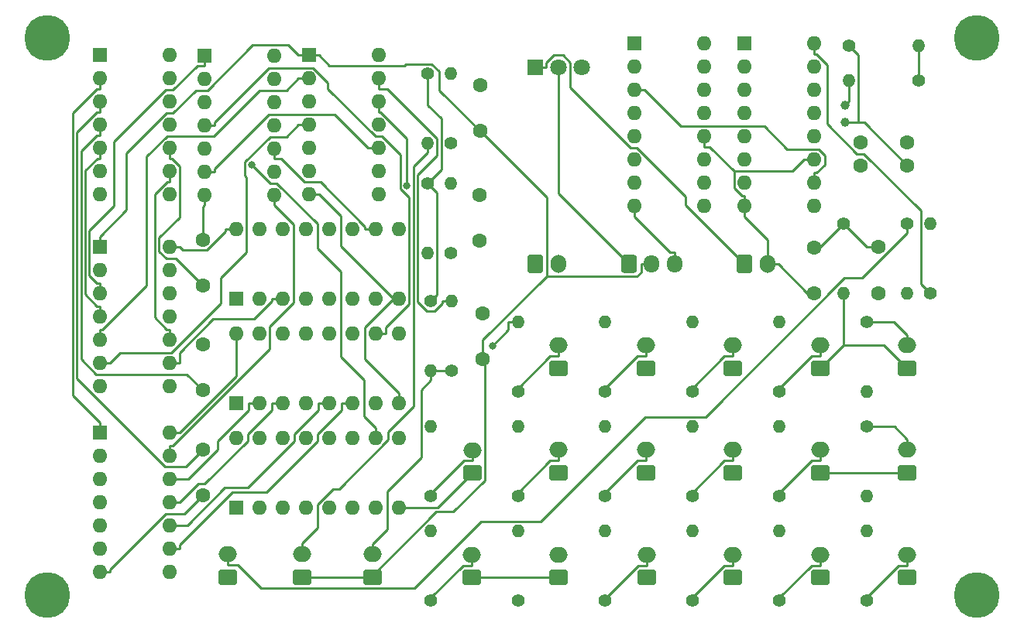
<source format=gbr>
G04 #@! TF.GenerationSoftware,KiCad,Pcbnew,7.0.1*
G04 #@! TF.CreationDate,2023-04-19T15:00:59-05:00*
G04 #@! TF.ProjectId,binary_clock,62696e61-7279-45f6-936c-6f636b2e6b69,rev?*
G04 #@! TF.SameCoordinates,Original*
G04 #@! TF.FileFunction,Copper,L2,Bot*
G04 #@! TF.FilePolarity,Positive*
%FSLAX46Y46*%
G04 Gerber Fmt 4.6, Leading zero omitted, Abs format (unit mm)*
G04 Created by KiCad (PCBNEW 7.0.1) date 2023-04-19 15:00:59*
%MOMM*%
%LPD*%
G01*
G04 APERTURE LIST*
G04 Aperture macros list*
%AMRoundRect*
0 Rectangle with rounded corners*
0 $1 Rounding radius*
0 $2 $3 $4 $5 $6 $7 $8 $9 X,Y pos of 4 corners*
0 Add a 4 corners polygon primitive as box body*
4,1,4,$2,$3,$4,$5,$6,$7,$8,$9,$2,$3,0*
0 Add four circle primitives for the rounded corners*
1,1,$1+$1,$2,$3*
1,1,$1+$1,$4,$5*
1,1,$1+$1,$6,$7*
1,1,$1+$1,$8,$9*
0 Add four rect primitives between the rounded corners*
20,1,$1+$1,$2,$3,$4,$5,0*
20,1,$1+$1,$4,$5,$6,$7,0*
20,1,$1+$1,$6,$7,$8,$9,0*
20,1,$1+$1,$8,$9,$2,$3,0*%
G04 Aperture macros list end*
G04 #@! TA.AperFunction,ComponentPad*
%ADD10RoundRect,0.250000X0.750000X-0.600000X0.750000X0.600000X-0.750000X0.600000X-0.750000X-0.600000X0*%
G04 #@! TD*
G04 #@! TA.AperFunction,ComponentPad*
%ADD11O,2.000000X1.700000*%
G04 #@! TD*
G04 #@! TA.AperFunction,ComponentPad*
%ADD12C,1.400000*%
G04 #@! TD*
G04 #@! TA.AperFunction,ComponentPad*
%ADD13O,1.400000X1.400000*%
G04 #@! TD*
G04 #@! TA.AperFunction,ComponentPad*
%ADD14R,1.600000X1.600000*%
G04 #@! TD*
G04 #@! TA.AperFunction,ComponentPad*
%ADD15O,1.600000X1.600000*%
G04 #@! TD*
G04 #@! TA.AperFunction,ComponentPad*
%ADD16C,5.000000*%
G04 #@! TD*
G04 #@! TA.AperFunction,ComponentPad*
%ADD17C,1.600000*%
G04 #@! TD*
G04 #@! TA.AperFunction,ComponentPad*
%ADD18RoundRect,0.250000X-0.600000X-0.750000X0.600000X-0.750000X0.600000X0.750000X-0.600000X0.750000X0*%
G04 #@! TD*
G04 #@! TA.AperFunction,ComponentPad*
%ADD19O,1.700000X2.000000*%
G04 #@! TD*
G04 #@! TA.AperFunction,ComponentPad*
%ADD20R,1.800000X1.800000*%
G04 #@! TD*
G04 #@! TA.AperFunction,ComponentPad*
%ADD21C,1.800000*%
G04 #@! TD*
G04 #@! TA.AperFunction,ComponentPad*
%ADD22RoundRect,0.250000X-0.600000X-0.725000X0.600000X-0.725000X0.600000X0.725000X-0.600000X0.725000X0*%
G04 #@! TD*
G04 #@! TA.AperFunction,ComponentPad*
%ADD23O,1.700000X1.950000*%
G04 #@! TD*
G04 #@! TA.AperFunction,ComponentPad*
%ADD24C,1.000000*%
G04 #@! TD*
G04 #@! TA.AperFunction,ViaPad*
%ADD25C,0.800000*%
G04 #@! TD*
G04 #@! TA.AperFunction,Conductor*
%ADD26C,0.250000*%
G04 #@! TD*
G04 APERTURE END LIST*
D10*
G04 #@! TO.P,D11,1,K*
G04 #@! TO.N,GND*
X144780000Y-118685000D03*
D11*
G04 #@! TO.P,D11,2,A*
G04 #@! TO.N,Net-(D11-A)*
X144780000Y-116185000D03*
G04 #@! TD*
D12*
G04 #@! TO.P,R11,1*
G04 #@! TO.N,Net-(R10-Pad2)*
X133110900Y-107555200D03*
D13*
G04 #@! TO.P,R11,2*
G04 #@! TO.N,Net-(C7-Pad1)*
X133110900Y-99935200D03*
G04 #@! TD*
D14*
G04 #@! TO.P,U2,1,Q12*
G04 #@! TO.N,unconnected-(U2-Q12-Pad1)*
X153035000Y-71755000D03*
D15*
G04 #@! TO.P,U2,2,Q13*
G04 #@! TO.N,unconnected-(U2-Q13-Pad2)*
X153035000Y-74295000D03*
G04 #@! TO.P,U2,3,Q14*
G04 #@! TO.N,/Clock_1hz/CLK_2Hz*
X153035000Y-76835000D03*
G04 #@! TO.P,U2,4,Q6*
G04 #@! TO.N,unconnected-(U2-Q6-Pad4)*
X153035000Y-79375000D03*
G04 #@! TO.P,U2,5,Q5*
G04 #@! TO.N,unconnected-(U2-Q5-Pad5)*
X153035000Y-81915000D03*
G04 #@! TO.P,U2,6,Q7*
G04 #@! TO.N,unconnected-(U2-Q7-Pad6)*
X153035000Y-84455000D03*
G04 #@! TO.P,U2,7,Q4*
G04 #@! TO.N,unconnected-(U2-Q4-Pad7)*
X153035000Y-86995000D03*
G04 #@! TO.P,U2,8,VSS*
G04 #@! TO.N,GND*
X153035000Y-89535000D03*
G04 #@! TO.P,U2,9,(PHI)O*
G04 #@! TO.N,unconnected-(U2-(PHI)O-Pad9)*
X160655000Y-89535000D03*
G04 #@! TO.P,U2,10,~{(PHI)O}*
G04 #@! TO.N,Net-(U2-~{(PHI)O})*
X160655000Y-86995000D03*
G04 #@! TO.P,U2,11,(PHI)I*
G04 #@! TO.N,Net-(U2-(PHI)I)*
X160655000Y-84455000D03*
G04 #@! TO.P,U2,12,RESET*
G04 #@! TO.N,GND*
X160655000Y-81915000D03*
G04 #@! TO.P,U2,13,Q9*
G04 #@! TO.N,unconnected-(U2-Q9-Pad13)*
X160655000Y-79375000D03*
G04 #@! TO.P,U2,14,Q8*
G04 #@! TO.N,unconnected-(U2-Q8-Pad14)*
X160655000Y-76835000D03*
G04 #@! TO.P,U2,15,Q10*
G04 #@! TO.N,unconnected-(U2-Q10-Pad15)*
X160655000Y-74295000D03*
G04 #@! TO.P,U2,16,VDD*
G04 #@! TO.N,+3.3V*
X160655000Y-71755000D03*
G04 #@! TD*
D12*
G04 #@! TO.P,R13,1*
G04 #@! TO.N,Net-(D2-A)*
X168910000Y-132715000D03*
D13*
G04 #@! TO.P,R13,2*
G04 #@! TO.N,Net-(U5-Q1)*
X168910000Y-125095000D03*
G04 #@! TD*
D16*
G04 #@! TO.P,H2,1,1*
G04 #@! TO.N,GND*
X88900000Y-71120000D03*
G04 #@! TD*
D12*
G04 #@! TO.P,R2,1*
G04 #@! TO.N,Net-(U2-~{(PHI)O})*
X184150000Y-75785000D03*
D13*
G04 #@! TO.P,R2,2*
G04 #@! TO.N,Net-(U2-(PHI)I)*
X176530000Y-75785000D03*
G04 #@! TD*
D12*
G04 #@! TO.P,R1,1*
G04 #@! TO.N,Net-(C1-Pad1)*
X176530000Y-71975000D03*
D13*
G04 #@! TO.P,R1,2*
G04 #@! TO.N,Net-(U2-~{(PHI)O})*
X184150000Y-71975000D03*
G04 #@! TD*
D12*
G04 #@! TO.P,R23,1*
G04 #@! TO.N,Net-(D12-A)*
X130810000Y-121265000D03*
D13*
G04 #@! TO.P,R23,2*
G04 #@! TO.N,Net-(U7-Q5)*
X130810000Y-113645000D03*
G04 #@! TD*
D12*
G04 #@! TO.P,R18,1*
G04 #@! TO.N,Net-(D7-A)*
X178435000Y-113645000D03*
D13*
G04 #@! TO.P,R18,2*
G04 #@! TO.N,Net-(U7-Q0)*
X178435000Y-121265000D03*
G04 #@! TD*
D17*
G04 #@! TO.P,C2,1*
G04 #@! TO.N,Net-(U2-(PHI)I)*
X177800000Y-82550000D03*
G04 #@! TO.P,C2,2*
G04 #@! TO.N,GND*
X177800000Y-85050000D03*
G04 #@! TD*
D12*
G04 #@! TO.P,R16,1*
G04 #@! TO.N,Net-(D5-A)*
X140335000Y-132715000D03*
D13*
G04 #@! TO.P,R16,2*
G04 #@! TO.N,Net-(U5-Q4)*
X140335000Y-125095000D03*
G04 #@! TD*
D16*
G04 #@! TO.P,H1,1,1*
G04 #@! TO.N,GND*
X88900000Y-132080000D03*
G04 #@! TD*
G04 #@! TO.P,H4,1,1*
G04 #@! TO.N,GND*
X190500000Y-71120000D03*
G04 #@! TD*
D18*
G04 #@! TO.P,J1,1,Pin_1*
G04 #@! TO.N,+5V*
X165140000Y-95885000D03*
D19*
G04 #@! TO.P,J1,2,Pin_2*
G04 #@! TO.N,GND*
X167640000Y-95885000D03*
G04 #@! TD*
D10*
G04 #@! TO.P,D13,1,K*
G04 #@! TO.N,GND*
X182880000Y-107275000D03*
D11*
G04 #@! TO.P,D13,2,A*
G04 #@! TO.N,Net-(D13-A)*
X182880000Y-104775000D03*
G04 #@! TD*
D17*
G04 #@! TO.P,C1,1*
G04 #@! TO.N,Net-(C1-Pad1)*
X182880000Y-85050000D03*
G04 #@! TO.P,C1,2*
G04 #@! TO.N,GND*
X182880000Y-82550000D03*
G04 #@! TD*
D16*
G04 #@! TO.P,H3,1,1*
G04 #@! TO.N,GND*
X190500000Y-132080000D03*
G04 #@! TD*
D14*
G04 #@! TO.P,U3,1,Q11*
G04 #@! TO.N,unconnected-(U3-Q11-Pad1)*
X165100000Y-71755000D03*
D15*
G04 #@! TO.P,U3,2,Q5*
G04 #@! TO.N,unconnected-(U3-Q5-Pad2)*
X165100000Y-74295000D03*
G04 #@! TO.P,U3,3,Q4*
G04 #@! TO.N,unconnected-(U3-Q4-Pad3)*
X165100000Y-76835000D03*
G04 #@! TO.P,U3,4,Q6*
G04 #@! TO.N,unconnected-(U3-Q6-Pad4)*
X165100000Y-79375000D03*
G04 #@! TO.P,U3,5,Q3*
G04 #@! TO.N,unconnected-(U3-Q3-Pad5)*
X165100000Y-81915000D03*
G04 #@! TO.P,U3,6,Q2*
G04 #@! TO.N,unconnected-(U3-Q2-Pad6)*
X165100000Y-84455000D03*
G04 #@! TO.P,U3,7,Q1*
G04 #@! TO.N,unconnected-(U3-Q1-Pad7)*
X165100000Y-86995000D03*
G04 #@! TO.P,U3,8,VSS*
G04 #@! TO.N,GND*
X165100000Y-89535000D03*
G04 #@! TO.P,U3,9,Q0*
G04 #@! TO.N,/Clock_1hz/CLK_1Hz*
X172720000Y-89535000D03*
G04 #@! TO.P,U3,10,CLK*
G04 #@! TO.N,/Clock_1hz/CLK_2Hz*
X172720000Y-86995000D03*
G04 #@! TO.P,U3,11,Reset*
G04 #@! TO.N,GND*
X172720000Y-84455000D03*
G04 #@! TO.P,U3,12,Q8*
G04 #@! TO.N,unconnected-(U3-Q8-Pad12)*
X172720000Y-81915000D03*
G04 #@! TO.P,U3,13,Q7*
G04 #@! TO.N,unconnected-(U3-Q7-Pad13)*
X172720000Y-79375000D03*
G04 #@! TO.P,U3,14,Q9*
G04 #@! TO.N,unconnected-(U3-Q9-Pad14)*
X172720000Y-76835000D03*
G04 #@! TO.P,U3,15,Q10*
G04 #@! TO.N,unconnected-(U3-Q10-Pad15)*
X172720000Y-74295000D03*
G04 #@! TO.P,U3,16,VDD*
G04 #@! TO.N,+3.3V*
X172720000Y-71755000D03*
G04 #@! TD*
D10*
G04 #@! TO.P,D8,1,K*
G04 #@! TO.N,GND*
X173355000Y-118685000D03*
D11*
G04 #@! TO.P,D8,2,A*
G04 #@! TO.N,Net-(D8-A)*
X173355000Y-116185000D03*
G04 #@! TD*
D10*
G04 #@! TO.P,D5,1,K*
G04 #@! TO.N,GND*
X144780000Y-130145000D03*
D11*
G04 #@! TO.P,D5,2,A*
G04 #@! TO.N,Net-(D5-A)*
X144780000Y-127645000D03*
G04 #@! TD*
D10*
G04 #@! TO.P,D4,1,K*
G04 #@! TO.N,GND*
X154415000Y-130175000D03*
D11*
G04 #@! TO.P,D4,2,A*
G04 #@! TO.N,Net-(D4-A)*
X154415000Y-127675000D03*
G04 #@! TD*
D12*
G04 #@! TO.P,R3,1*
G04 #@! TO.N,+3.3V*
X185420000Y-99060000D03*
D13*
G04 #@! TO.P,R3,2*
G04 #@! TO.N,Net-(R3-Pad2)*
X185420000Y-91440000D03*
G04 #@! TD*
D10*
G04 #@! TO.P,D2,1,K*
G04 #@! TO.N,GND*
X173355000Y-130155000D03*
D11*
G04 #@! TO.P,D2,2,A*
G04 #@! TO.N,Net-(D2-A)*
X173355000Y-127655000D03*
G04 #@! TD*
D10*
G04 #@! TO.P,D15,1,K*
G04 #@! TO.N,GND*
X163830000Y-107275000D03*
D11*
G04 #@! TO.P,D15,2,A*
G04 #@! TO.N,Net-(D15-A)*
X163830000Y-104775000D03*
G04 #@! TD*
D17*
G04 #@! TO.P,C9,1*
G04 #@! TO.N,/Clock_Binary/RESET_MIN*
X105903200Y-109673500D03*
G04 #@! TO.P,C9,2*
G04 #@! TO.N,GND*
X105903200Y-104673500D03*
G04 #@! TD*
D12*
G04 #@! TO.P,R15,1*
G04 #@! TO.N,Net-(D4-A)*
X149860000Y-132715000D03*
D13*
G04 #@! TO.P,R15,2*
G04 #@! TO.N,Net-(U5-Q3)*
X149860000Y-125095000D03*
G04 #@! TD*
D12*
G04 #@! TO.P,R20,1*
G04 #@! TO.N,Net-(D9-A)*
X159385000Y-121265000D03*
D13*
G04 #@! TO.P,R20,2*
G04 #@! TO.N,Net-(U7-Q2)*
X159385000Y-113645000D03*
G04 #@! TD*
D20*
G04 #@! TO.P,U1,1,IN*
G04 #@! TO.N,+5V*
X142230000Y-74300000D03*
D21*
G04 #@! TO.P,U1,2,OUT*
G04 #@! TO.N,+3.3V*
X144770000Y-74300000D03*
G04 #@! TO.P,U1,3,GND*
G04 #@! TO.N,GND*
X147310000Y-74300000D03*
G04 #@! TD*
D17*
G04 #@! TO.P,C10,1*
G04 #@! TO.N,/Clock_Binary/RESET_HOUR*
X105903200Y-98220500D03*
G04 #@! TO.P,C10,2*
G04 #@! TO.N,GND*
X105903200Y-93220500D03*
G04 #@! TD*
D10*
G04 #@! TO.P,D9,1,K*
G04 #@! TO.N,GND*
X163830000Y-118685000D03*
D11*
G04 #@! TO.P,D9,2,A*
G04 #@! TO.N,Net-(D9-A)*
X163830000Y-116185000D03*
G04 #@! TD*
D12*
G04 #@! TO.P,R24,1*
G04 #@! TO.N,Net-(D13-A)*
X178435000Y-102195000D03*
D13*
G04 #@! TO.P,R24,2*
G04 #@! TO.N,Net-(U8-Q0)*
X178435000Y-109815000D03*
G04 #@! TD*
D14*
G04 #@! TO.P,U5,1,Q11*
G04 #@! TO.N,unconnected-(U5-Q11-Pad1)*
X109534700Y-122516000D03*
D15*
G04 #@! TO.P,U5,2,Q5*
G04 #@! TO.N,Net-(U5-Q5)*
X112074700Y-122516000D03*
G04 #@! TO.P,U5,3,Q4*
G04 #@! TO.N,Net-(U5-Q4)*
X114614700Y-122516000D03*
G04 #@! TO.P,U5,4,Q6*
G04 #@! TO.N,unconnected-(U5-Q6-Pad4)*
X117154700Y-122516000D03*
G04 #@! TO.P,U5,5,Q3*
G04 #@! TO.N,Net-(U5-Q3)*
X119694700Y-122516000D03*
G04 #@! TO.P,U5,6,Q2*
G04 #@! TO.N,Net-(U5-Q2)*
X122234700Y-122516000D03*
G04 #@! TO.P,U5,7,Q1*
G04 #@! TO.N,Net-(U5-Q1)*
X124774700Y-122516000D03*
G04 #@! TO.P,U5,8,VSS*
G04 #@! TO.N,GND*
X127314700Y-122516000D03*
G04 #@! TO.P,U5,9,Q0*
G04 #@! TO.N,Net-(U5-Q0)*
X127314700Y-114896000D03*
G04 #@! TO.P,U5,10,CLK*
G04 #@! TO.N,/Clock_Binary/CLOCK_SEC*
X124774700Y-114896000D03*
G04 #@! TO.P,U5,11,Reset*
G04 #@! TO.N,/Clock_Binary/RESET_SEC*
X122234700Y-114896000D03*
G04 #@! TO.P,U5,12,Q8*
G04 #@! TO.N,unconnected-(U5-Q8-Pad12)*
X119694700Y-114896000D03*
G04 #@! TO.P,U5,13,Q7*
G04 #@! TO.N,unconnected-(U5-Q7-Pad13)*
X117154700Y-114896000D03*
G04 #@! TO.P,U5,14,Q9*
G04 #@! TO.N,unconnected-(U5-Q9-Pad14)*
X114614700Y-114896000D03*
G04 #@! TO.P,U5,15,Q10*
G04 #@! TO.N,unconnected-(U5-Q10-Pad15)*
X112074700Y-114896000D03*
G04 #@! TO.P,U5,16,VDD*
G04 #@! TO.N,+3.3V*
X109534700Y-114896000D03*
G04 #@! TD*
D12*
G04 #@! TO.P,R21,1*
G04 #@! TO.N,Net-(D10-A)*
X149860000Y-121265000D03*
D13*
G04 #@! TO.P,R21,2*
G04 #@! TO.N,Net-(U7-Q3)*
X149860000Y-113645000D03*
G04 #@! TD*
D10*
G04 #@! TO.P,SW5,1,1*
G04 #@! TO.N,/Interface/SWITCH_PAUSE_NOT*
X124460000Y-130135000D03*
D11*
G04 #@! TO.P,SW5,2,2*
G04 #@! TO.N,Net-(R10-Pad2)*
X124460000Y-127635000D03*
G04 #@! TD*
D10*
G04 #@! TO.P,D10,1,K*
G04 #@! TO.N,GND*
X154305000Y-118685000D03*
D11*
G04 #@! TO.P,D10,2,A*
G04 #@! TO.N,Net-(D10-A)*
X154305000Y-116185000D03*
G04 #@! TD*
D12*
G04 #@! TO.P,R5,1*
G04 #@! TO.N,/Interface/SWITCH_PAUSE_NOT*
X175895000Y-91440000D03*
D13*
G04 #@! TO.P,R5,2*
G04 #@! TO.N,GND*
X175895000Y-99060000D03*
G04 #@! TD*
D17*
G04 #@! TO.P,C6,1*
G04 #@! TO.N,Net-(C6-Pad1)*
X136147300Y-88334200D03*
G04 #@! TO.P,C6,2*
G04 #@! TO.N,GND*
X136147300Y-93334200D03*
G04 #@! TD*
D10*
G04 #@! TO.P,D3,1,K*
G04 #@! TO.N,GND*
X163830000Y-130155000D03*
D11*
G04 #@! TO.P,D3,2,A*
G04 #@! TO.N,Net-(D3-A)*
X163830000Y-127655000D03*
G04 #@! TD*
D14*
G04 #@! TO.P,U7,1,Q11*
G04 #@! TO.N,unconnected-(U7-Q11-Pad1)*
X109534700Y-111086000D03*
D15*
G04 #@! TO.P,U7,2,Q5*
G04 #@! TO.N,Net-(U7-Q5)*
X112074700Y-111086000D03*
G04 #@! TO.P,U7,3,Q4*
G04 #@! TO.N,Net-(U7-Q4)*
X114614700Y-111086000D03*
G04 #@! TO.P,U7,4,Q6*
G04 #@! TO.N,unconnected-(U7-Q6-Pad4)*
X117154700Y-111086000D03*
G04 #@! TO.P,U7,5,Q3*
G04 #@! TO.N,Net-(U7-Q3)*
X119694700Y-111086000D03*
G04 #@! TO.P,U7,6,Q2*
G04 #@! TO.N,Net-(U7-Q2)*
X122234700Y-111086000D03*
G04 #@! TO.P,U7,7,Q1*
G04 #@! TO.N,Net-(U7-Q1)*
X124774700Y-111086000D03*
G04 #@! TO.P,U7,8,VSS*
G04 #@! TO.N,GND*
X127314700Y-111086000D03*
G04 #@! TO.P,U7,9,Q0*
G04 #@! TO.N,Net-(U7-Q0)*
X127314700Y-103466000D03*
G04 #@! TO.P,U7,10,CLK*
G04 #@! TO.N,/Clock_Binary/CLOCK_MIN*
X124774700Y-103466000D03*
G04 #@! TO.P,U7,11,Reset*
G04 #@! TO.N,/Clock_Binary/RESET_MIN*
X122234700Y-103466000D03*
G04 #@! TO.P,U7,12,Q8*
G04 #@! TO.N,unconnected-(U7-Q8-Pad12)*
X119694700Y-103466000D03*
G04 #@! TO.P,U7,13,Q7*
G04 #@! TO.N,unconnected-(U7-Q7-Pad13)*
X117154700Y-103466000D03*
G04 #@! TO.P,U7,14,Q9*
G04 #@! TO.N,unconnected-(U7-Q9-Pad14)*
X114614700Y-103466000D03*
G04 #@! TO.P,U7,15,Q10*
G04 #@! TO.N,unconnected-(U7-Q10-Pad15)*
X112074700Y-103466000D03*
G04 #@! TO.P,U7,16,VDD*
G04 #@! TO.N,+3.3V*
X109534700Y-103466000D03*
G04 #@! TD*
D12*
G04 #@! TO.P,R27,1*
G04 #@! TO.N,Net-(D16-A)*
X149860000Y-109815000D03*
D13*
G04 #@! TO.P,R27,2*
G04 #@! TO.N,Net-(U8-Q3)*
X149860000Y-102195000D03*
G04 #@! TD*
D12*
G04 #@! TO.P,R17,1*
G04 #@! TO.N,Net-(D6-A)*
X130810000Y-132715000D03*
D13*
G04 #@! TO.P,R17,2*
G04 #@! TO.N,Net-(U5-Q5)*
X130810000Y-125095000D03*
G04 #@! TD*
D12*
G04 #@! TO.P,R7,1*
G04 #@! TO.N,Net-(R6-Pad2)*
X133012800Y-82623200D03*
D13*
G04 #@! TO.P,R7,2*
G04 #@! TO.N,Net-(C5-Pad1)*
X133012800Y-75003200D03*
G04 #@! TD*
D17*
G04 #@! TO.P,C7,1*
G04 #@! TO.N,Net-(C7-Pad1)*
X136505900Y-101245200D03*
G04 #@! TO.P,C7,2*
G04 #@! TO.N,/Interface/SWITCH_PAUSE_NOT*
X136505900Y-106245200D03*
G04 #@! TD*
D14*
G04 #@! TO.P,U11,1*
G04 #@! TO.N,Net-(U11-Pad1)*
X94625000Y-73020000D03*
D15*
G04 #@! TO.P,U11,2*
G04 #@! TO.N,/Clock_Binary/CARRY_SEC*
X94625000Y-75560000D03*
G04 #@! TO.P,U11,3*
G04 #@! TO.N,/Clock_Binary/RESET_SEC*
X94625000Y-78100000D03*
G04 #@! TO.P,U11,4*
G04 #@! TO.N,/Clock_Binary/RESET_MIN*
X94625000Y-80640000D03*
G04 #@! TO.P,U11,5*
G04 #@! TO.N,Net-(U11-Pad1)*
X94625000Y-83180000D03*
G04 #@! TO.P,U11,6*
G04 #@! TO.N,/Clock_Binary/CARRY_MIN*
X94625000Y-85720000D03*
G04 #@! TO.P,U11,7,Vss*
G04 #@! TO.N,GND*
X94625000Y-88260000D03*
G04 #@! TO.P,U11,8*
G04 #@! TO.N,Net-(U11-Pad1)*
X102245000Y-88260000D03*
G04 #@! TO.P,U11,9*
G04 #@! TO.N,/Clock_Binary/CARRY_HOUR*
X102245000Y-85720000D03*
G04 #@! TO.P,U11,10*
G04 #@! TO.N,/Clock_Binary/RESET_HOUR*
X102245000Y-83180000D03*
G04 #@! TO.P,U11,11*
G04 #@! TO.N,N/C*
X102245000Y-80640000D03*
G04 #@! TO.P,U11,12*
X102245000Y-78100000D03*
G04 #@! TO.P,U11,13*
X102245000Y-75560000D03*
G04 #@! TO.P,U11,14,Vdd*
G04 #@! TO.N,+3.3V*
X102245000Y-73020000D03*
G04 #@! TD*
D12*
G04 #@! TO.P,R22,1*
G04 #@! TO.N,Net-(D11-A)*
X140335000Y-121265000D03*
D13*
G04 #@! TO.P,R22,2*
G04 #@! TO.N,Net-(U7-Q4)*
X140335000Y-113645000D03*
G04 #@! TD*
D14*
G04 #@! TO.P,U4,1*
G04 #@! TO.N,/Interface/SWITCH_PAUSE_NOT*
X117485000Y-73025000D03*
D15*
G04 #@! TO.P,U4,2*
G04 #@! TO.N,/Interface/SWITCH_PAUSE*
X117485000Y-75565000D03*
G04 #@! TO.P,U4,3*
G04 #@! TO.N,Net-(C6-Pad1)*
X117485000Y-78105000D03*
G04 #@! TO.P,U4,4*
G04 #@! TO.N,/Interface/BUTTON_RESET*
X117485000Y-80645000D03*
G04 #@! TO.P,U4,5*
G04 #@! TO.N,N/C*
X117485000Y-83185000D03*
G04 #@! TO.P,U4,6*
X117485000Y-85725000D03*
G04 #@! TO.P,U4,7,Vss*
G04 #@! TO.N,GND*
X117485000Y-88265000D03*
G04 #@! TO.P,U4,8*
G04 #@! TO.N,/Interface/BUTTON_SEC*
X125105000Y-88265000D03*
G04 #@! TO.P,U4,9*
G04 #@! TO.N,Net-(C3-Pad1)*
X125105000Y-85725000D03*
G04 #@! TO.P,U4,10*
G04 #@! TO.N,/Interface/BUTTON_MIN*
X125105000Y-83185000D03*
G04 #@! TO.P,U4,11*
G04 #@! TO.N,Net-(C5-Pad1)*
X125105000Y-80645000D03*
G04 #@! TO.P,U4,12*
G04 #@! TO.N,/Interface/BUTTON_HOUR*
X125105000Y-78105000D03*
G04 #@! TO.P,U4,13*
G04 #@! TO.N,Net-(C7-Pad1)*
X125105000Y-75565000D03*
G04 #@! TO.P,U4,14,Vdd*
G04 #@! TO.N,+3.3V*
X125105000Y-73025000D03*
G04 #@! TD*
D17*
G04 #@! TO.P,C3,1*
G04 #@! TO.N,Net-(C3-Pad1)*
X179705000Y-99020000D03*
G04 #@! TO.P,C3,2*
G04 #@! TO.N,/Interface/SWITCH_PAUSE_NOT*
X179705000Y-94020000D03*
G04 #@! TD*
D12*
G04 #@! TO.P,R26,1*
G04 #@! TO.N,Net-(D15-A)*
X159385000Y-109815000D03*
D13*
G04 #@! TO.P,R26,2*
G04 #@! TO.N,Net-(U8-Q2)*
X159385000Y-102195000D03*
G04 #@! TD*
D10*
G04 #@! TO.P,D14,1,K*
G04 #@! TO.N,GND*
X173355000Y-107275000D03*
D11*
G04 #@! TO.P,D14,2,A*
G04 #@! TO.N,Net-(D14-A)*
X173355000Y-104775000D03*
G04 #@! TD*
D12*
G04 #@! TO.P,R14,1*
G04 #@! TO.N,Net-(D3-A)*
X159385000Y-132715000D03*
D13*
G04 #@! TO.P,R14,2*
G04 #@! TO.N,Net-(U5-Q2)*
X159385000Y-125095000D03*
G04 #@! TD*
D14*
G04 #@! TO.P,U6,1*
G04 #@! TO.N,/Clock_Binary/CARRY_SEC*
X94635000Y-114295000D03*
D15*
G04 #@! TO.P,U6,2*
G04 #@! TO.N,Net-(U5-Q2)*
X94635000Y-116835000D03*
G04 #@! TO.P,U6,3*
G04 #@! TO.N,Net-(U5-Q3)*
X94635000Y-119375000D03*
G04 #@! TO.P,U6,4*
G04 #@! TO.N,Net-(U5-Q4)*
X94635000Y-121915000D03*
G04 #@! TO.P,U6,5*
G04 #@! TO.N,Net-(U5-Q5)*
X94635000Y-124455000D03*
G04 #@! TO.P,U6,6*
G04 #@! TO.N,N/C*
X94635000Y-126995000D03*
G04 #@! TO.P,U6,7,Vss*
G04 #@! TO.N,GND*
X94635000Y-129535000D03*
G04 #@! TO.P,U6,8*
G04 #@! TO.N,N/C*
X102255000Y-129535000D03*
G04 #@! TO.P,U6,9*
G04 #@! TO.N,Net-(U7-Q2)*
X102255000Y-126995000D03*
G04 #@! TO.P,U6,10*
G04 #@! TO.N,Net-(U7-Q3)*
X102255000Y-124455000D03*
G04 #@! TO.P,U6,11*
G04 #@! TO.N,Net-(U7-Q4)*
X102255000Y-121915000D03*
G04 #@! TO.P,U6,12*
G04 #@! TO.N,Net-(U7-Q5)*
X102255000Y-119375000D03*
G04 #@! TO.P,U6,13*
G04 #@! TO.N,/Clock_Binary/CARRY_MIN*
X102255000Y-116835000D03*
G04 #@! TO.P,U6,14,Vdd*
G04 #@! TO.N,+3.3V*
X102255000Y-114295000D03*
G04 #@! TD*
D10*
G04 #@! TO.P,D12,1,K*
G04 #@! TO.N,GND*
X135365000Y-118715000D03*
D11*
G04 #@! TO.P,D12,2,A*
G04 #@! TO.N,Net-(D12-A)*
X135365000Y-116215000D03*
G04 #@! TD*
D14*
G04 #@! TO.P,U8,1,Q11*
G04 #@! TO.N,unconnected-(U8-Q11-Pad1)*
X109534700Y-99656000D03*
D15*
G04 #@! TO.P,U8,2,Q5*
G04 #@! TO.N,unconnected-(U8-Q5-Pad2)*
X112074700Y-99656000D03*
G04 #@! TO.P,U8,3,Q4*
G04 #@! TO.N,Net-(U8-Q4)*
X114614700Y-99656000D03*
G04 #@! TO.P,U8,4,Q6*
G04 #@! TO.N,unconnected-(U8-Q6-Pad4)*
X117154700Y-99656000D03*
G04 #@! TO.P,U8,5,Q3*
G04 #@! TO.N,Net-(U8-Q3)*
X119694700Y-99656000D03*
G04 #@! TO.P,U8,6,Q2*
G04 #@! TO.N,Net-(U8-Q2)*
X122234700Y-99656000D03*
G04 #@! TO.P,U8,7,Q1*
G04 #@! TO.N,Net-(U8-Q1)*
X124774700Y-99656000D03*
G04 #@! TO.P,U8,8,VSS*
G04 #@! TO.N,GND*
X127314700Y-99656000D03*
G04 #@! TO.P,U8,9,Q0*
G04 #@! TO.N,Net-(U8-Q0)*
X127314700Y-92036000D03*
G04 #@! TO.P,U8,10,CLK*
G04 #@! TO.N,/Clock_Binary/CLOCK_HOUR*
X124774700Y-92036000D03*
G04 #@! TO.P,U8,11,Reset*
G04 #@! TO.N,/Clock_Binary/RESET_HOUR*
X122234700Y-92036000D03*
G04 #@! TO.P,U8,12,Q8*
G04 #@! TO.N,unconnected-(U8-Q8-Pad12)*
X119694700Y-92036000D03*
G04 #@! TO.P,U8,13,Q7*
G04 #@! TO.N,unconnected-(U8-Q7-Pad13)*
X117154700Y-92036000D03*
G04 #@! TO.P,U8,14,Q9*
G04 #@! TO.N,unconnected-(U8-Q9-Pad14)*
X114614700Y-92036000D03*
G04 #@! TO.P,U8,15,Q10*
G04 #@! TO.N,unconnected-(U8-Q10-Pad15)*
X112074700Y-92036000D03*
G04 #@! TO.P,U8,16,VDD*
G04 #@! TO.N,+3.3V*
X109534700Y-92036000D03*
G04 #@! TD*
D10*
G04 #@! TO.P,D16,1,K*
G04 #@! TO.N,GND*
X154305000Y-107275000D03*
D11*
G04 #@! TO.P,D16,2,A*
G04 #@! TO.N,Net-(D16-A)*
X154305000Y-104775000D03*
G04 #@! TD*
D10*
G04 #@! TO.P,SW3,1,1*
G04 #@! TO.N,/Interface/SWITCH_PAUSE_NOT*
X108585000Y-130135000D03*
D11*
G04 #@! TO.P,SW3,2,2*
G04 #@! TO.N,Net-(R3-Pad2)*
X108585000Y-127635000D03*
G04 #@! TD*
D10*
G04 #@! TO.P,D7,1,K*
G04 #@! TO.N,GND*
X182880000Y-118705000D03*
D11*
G04 #@! TO.P,D7,2,A*
G04 #@! TO.N,Net-(D7-A)*
X182880000Y-116205000D03*
G04 #@! TD*
D12*
G04 #@! TO.P,R25,1*
G04 #@! TO.N,Net-(D14-A)*
X168910000Y-109815000D03*
D13*
G04 #@! TO.P,R25,2*
G04 #@! TO.N,Net-(U8-Q1)*
X168910000Y-102195000D03*
G04 #@! TD*
D22*
G04 #@! TO.P,SW1,1,1*
G04 #@! TO.N,+3.3V*
X152480000Y-95885000D03*
D23*
G04 #@! TO.P,SW1,2,2*
G04 #@! TO.N,/Interface/SWITCH_PAUSE_NOT*
X154980000Y-95885000D03*
G04 #@! TO.P,SW1,3,K*
G04 #@! TO.N,GND*
X157480000Y-95885000D03*
G04 #@! TD*
D10*
G04 #@! TO.P,D17,1,K*
G04 #@! TO.N,GND*
X144780000Y-107275000D03*
D11*
G04 #@! TO.P,D17,2,A*
G04 #@! TO.N,Net-(D17-A)*
X144780000Y-104775000D03*
G04 #@! TD*
D17*
G04 #@! TO.P,C8,1*
G04 #@! TO.N,/Clock_Binary/RESET_SEC*
X105903200Y-116169700D03*
G04 #@! TO.P,C8,2*
G04 #@! TO.N,GND*
X105903200Y-121169700D03*
G04 #@! TD*
D10*
G04 #@! TO.P,D1,1,K*
G04 #@! TO.N,GND*
X182880000Y-130155000D03*
D11*
G04 #@! TO.P,D1,2,A*
G04 #@! TO.N,Net-(D1-A)*
X182880000Y-127655000D03*
G04 #@! TD*
D17*
G04 #@! TO.P,C5,1*
G04 #@! TO.N,Net-(C5-Pad1)*
X136187800Y-76313200D03*
G04 #@! TO.P,C5,2*
G04 #@! TO.N,/Interface/SWITCH_PAUSE_NOT*
X136187800Y-81313200D03*
G04 #@! TD*
D10*
G04 #@! TO.P,SW4,1,1*
G04 #@! TO.N,/Interface/SWITCH_PAUSE_NOT*
X116725200Y-130111600D03*
D11*
G04 #@! TO.P,SW4,2,2*
G04 #@! TO.N,Net-(R6-Pad2)*
X116725200Y-127611600D03*
G04 #@! TD*
D24*
G04 #@! TO.P,Y1,1,1*
G04 #@! TO.N,Net-(C1-Pad1)*
X176090000Y-80380100D03*
G04 #@! TO.P,Y1,2,2*
G04 #@! TO.N,Net-(U2-(PHI)I)*
X176090000Y-78480100D03*
G04 #@! TD*
D12*
G04 #@! TO.P,R10,1*
G04 #@! TO.N,+3.3V*
X130790900Y-99935200D03*
D13*
G04 #@! TO.P,R10,2*
G04 #@! TO.N,Net-(R10-Pad2)*
X130790900Y-107555200D03*
G04 #@! TD*
D12*
G04 #@! TO.P,R28,1*
G04 #@! TO.N,Net-(D17-A)*
X140335000Y-109815000D03*
D13*
G04 #@! TO.P,R28,2*
G04 #@! TO.N,Net-(U8-Q4)*
X140335000Y-102195000D03*
G04 #@! TD*
D12*
G04 #@! TO.P,R9,1*
G04 #@! TO.N,Net-(R8-Pad2)*
X132972300Y-94644200D03*
D13*
G04 #@! TO.P,R9,2*
G04 #@! TO.N,Net-(C6-Pad1)*
X132972300Y-87024200D03*
G04 #@! TD*
D14*
G04 #@! TO.P,U10,1*
G04 #@! TO.N,Net-(U10-Pad1)*
X106045000Y-73030000D03*
D15*
G04 #@! TO.P,U10,2*
G04 #@! TO.N,/Interface/BUTTON_SEC*
X106045000Y-75570000D03*
G04 #@! TO.P,U10,3*
G04 #@! TO.N,/Clock_Binary/CLOCK_SEC*
X106045000Y-78110000D03*
G04 #@! TO.P,U10,4*
G04 #@! TO.N,/Clock_Binary/CLOCK_MIN*
X106045000Y-80650000D03*
G04 #@! TO.P,U10,5*
G04 #@! TO.N,/Clock_Binary/CARRY_SEC*
X106045000Y-83190000D03*
G04 #@! TO.P,U10,6*
G04 #@! TO.N,/Interface/BUTTON_MIN*
X106045000Y-85730000D03*
G04 #@! TO.P,U10,7,Vss*
G04 #@! TO.N,GND*
X106045000Y-88270000D03*
G04 #@! TO.P,U10,8*
G04 #@! TO.N,/Clock_Binary/CARRY_MIN*
X113665000Y-88270000D03*
G04 #@! TO.P,U10,9*
G04 #@! TO.N,/Interface/BUTTON_HOUR*
X113665000Y-85730000D03*
G04 #@! TO.P,U10,10*
G04 #@! TO.N,/Clock_Binary/CLOCK_HOUR*
X113665000Y-83190000D03*
G04 #@! TO.P,U10,11*
G04 #@! TO.N,N/C*
X113665000Y-80650000D03*
G04 #@! TO.P,U10,12*
X113665000Y-78110000D03*
G04 #@! TO.P,U10,13*
X113665000Y-75570000D03*
G04 #@! TO.P,U10,14,Vdd*
G04 #@! TO.N,+3.3V*
X113665000Y-73030000D03*
G04 #@! TD*
D12*
G04 #@! TO.P,R8,1*
G04 #@! TO.N,+3.3V*
X130432300Y-87024200D03*
D13*
G04 #@! TO.P,R8,2*
G04 #@! TO.N,Net-(R8-Pad2)*
X130432300Y-94644200D03*
G04 #@! TD*
D17*
G04 #@! TO.P,C4,1*
G04 #@! TO.N,/Interface/SWITCH_PAUSE_NOT*
X172720000Y-94060000D03*
G04 #@! TO.P,C4,2*
G04 #@! TO.N,GND*
X172720000Y-99060000D03*
G04 #@! TD*
D12*
G04 #@! TO.P,R12,1*
G04 #@! TO.N,Net-(D1-A)*
X178435000Y-132715000D03*
D13*
G04 #@! TO.P,R12,2*
G04 #@! TO.N,Net-(U5-Q0)*
X178435000Y-125095000D03*
G04 #@! TD*
D12*
G04 #@! TO.P,R4,1*
G04 #@! TO.N,Net-(R3-Pad2)*
X182880000Y-91440000D03*
D13*
G04 #@! TO.P,R4,2*
G04 #@! TO.N,Net-(C3-Pad1)*
X182880000Y-99060000D03*
G04 #@! TD*
D10*
G04 #@! TO.P,D6,1,K*
G04 #@! TO.N,GND*
X135255000Y-130155000D03*
D11*
G04 #@! TO.P,D6,2,A*
G04 #@! TO.N,Net-(D6-A)*
X135255000Y-127655000D03*
G04 #@! TD*
D18*
G04 #@! TO.P,SW2,1,1*
G04 #@! TO.N,GND*
X142280000Y-95885000D03*
D19*
G04 #@! TO.P,SW2,2,2*
G04 #@! TO.N,Net-(R8-Pad2)*
X144780000Y-95885000D03*
G04 #@! TD*
D12*
G04 #@! TO.P,R19,1*
G04 #@! TO.N,Net-(D8-A)*
X168910000Y-121285000D03*
D13*
G04 #@! TO.P,R19,2*
G04 #@! TO.N,Net-(U7-Q1)*
X168910000Y-113665000D03*
G04 #@! TD*
D12*
G04 #@! TO.P,R6,1*
G04 #@! TO.N,+3.3V*
X130472800Y-75003200D03*
D13*
G04 #@! TO.P,R6,2*
G04 #@! TO.N,Net-(R6-Pad2)*
X130472800Y-82623200D03*
G04 #@! TD*
D14*
G04 #@! TO.P,U9,1*
G04 #@! TO.N,/Interface/SWITCH_PAUSE_NOT*
X94635000Y-93980000D03*
D15*
G04 #@! TO.P,U9,2*
G04 #@! TO.N,/Clock_1hz/CLK_1Hz*
X94635000Y-96520000D03*
G04 #@! TO.P,U9,3*
G04 #@! TO.N,Net-(U10-Pad1)*
X94635000Y-99060000D03*
G04 #@! TO.P,U9,4*
G04 #@! TO.N,Net-(U11-Pad1)*
X94635000Y-101600000D03*
G04 #@! TO.P,U9,5*
G04 #@! TO.N,/Interface/SWITCH_PAUSE*
X94635000Y-104140000D03*
G04 #@! TO.P,U9,6*
G04 #@! TO.N,/Interface/BUTTON_RESET*
X94635000Y-106680000D03*
G04 #@! TO.P,U9,7,Vss*
G04 #@! TO.N,GND*
X94635000Y-109220000D03*
G04 #@! TO.P,U9,8*
G04 #@! TO.N,Net-(U8-Q3)*
X102255000Y-109220000D03*
G04 #@! TO.P,U9,9*
G04 #@! TO.N,Net-(U8-Q4)*
X102255000Y-106680000D03*
G04 #@! TO.P,U9,10*
G04 #@! TO.N,/Clock_Binary/CARRY_HOUR*
X102255000Y-104140000D03*
G04 #@! TO.P,U9,11*
G04 #@! TO.N,N/C*
X102255000Y-101600000D03*
G04 #@! TO.P,U9,12*
X102255000Y-99060000D03*
G04 #@! TO.P,U9,13*
X102255000Y-96520000D03*
G04 #@! TO.P,U9,14,Vdd*
G04 #@! TO.N,+3.3V*
X102255000Y-93980000D03*
G04 #@! TD*
D25*
G04 #@! TO.N,Net-(U8-Q4)*
X137559900Y-104794900D03*
G04 #@! TO.N,/Interface/BUTTON_HOUR*
X128223300Y-87294800D03*
G04 #@! TO.N,/Clock_Binary/CLOCK_SEC*
X111248800Y-84968500D03*
G04 #@! TD*
D26*
G04 #@! TO.N,+3.3V*
X144770000Y-88175000D02*
X144770000Y-74300000D01*
X184366100Y-90010700D02*
X178155400Y-83800000D01*
X108409600Y-92317300D02*
X106381000Y-94345900D01*
X131954800Y-85501700D02*
X131954800Y-79960900D01*
X184366100Y-98006100D02*
X184366100Y-90010700D01*
X102255000Y-114295000D02*
X103380100Y-114295000D01*
X172720000Y-71755000D02*
X172720000Y-72880100D01*
X131462300Y-99263800D02*
X130790900Y-99935200D01*
X130472800Y-78478900D02*
X130472800Y-75003200D01*
X130432300Y-87024200D02*
X131462300Y-88054200D01*
X130432300Y-87024200D02*
X131954800Y-85501700D01*
X174134800Y-74061800D02*
X172953100Y-72880100D01*
X109534700Y-108140400D02*
X103380100Y-114295000D01*
X109534700Y-103466000D02*
X109534700Y-108140400D01*
X185420000Y-99060000D02*
X184366100Y-98006100D01*
X152480000Y-95885000D02*
X144770000Y-88175000D01*
X131462300Y-88054200D02*
X131462300Y-99263800D01*
X108409600Y-92036000D02*
X108409600Y-92317300D01*
X131954800Y-79960900D02*
X130472800Y-78478900D01*
X103746000Y-94345900D02*
X103380100Y-93980000D01*
X172953100Y-72880100D02*
X172720000Y-72880100D01*
X109534700Y-92036000D02*
X108409600Y-92036000D01*
X178155400Y-83800000D02*
X177413100Y-83800000D01*
X177413100Y-83800000D02*
X174134800Y-80521700D01*
X174134800Y-80521700D02*
X174134800Y-74061800D01*
X102255000Y-93980000D02*
X103380100Y-93980000D01*
X106381000Y-94345900D02*
X103746000Y-94345900D01*
G04 #@! TO.N,GND*
X123622700Y-106268900D02*
X127314700Y-109960900D01*
X173355000Y-118685000D02*
X182860000Y-118685000D01*
X172720000Y-84455000D02*
X171594900Y-84455000D01*
X135365000Y-118715000D02*
X131564000Y-122516000D01*
X131564000Y-122516000D02*
X128439800Y-122516000D01*
X157480000Y-95885000D02*
X157480000Y-94584900D01*
X163961600Y-85725000D02*
X163961600Y-87504700D01*
X105903200Y-121169700D02*
X103887900Y-123185000D01*
X175895000Y-104735000D02*
X173355000Y-107275000D01*
X126752100Y-99656000D02*
X123622700Y-102785400D01*
X135265000Y-130145000D02*
X135255000Y-130155000D01*
X95760100Y-129301800D02*
X95760100Y-129535000D01*
X167640000Y-95885000D02*
X167640000Y-93200100D01*
X180340000Y-104735000D02*
X182880000Y-107275000D01*
X120964700Y-90619600D02*
X118610100Y-88265000D01*
X182860000Y-118685000D02*
X182880000Y-118705000D01*
X123622700Y-102785400D02*
X123622700Y-106268900D01*
X167640000Y-93200100D02*
X165100000Y-90660100D01*
X175895000Y-99060000D02*
X175895000Y-104735000D01*
X127314700Y-110523400D02*
X127314700Y-109960900D01*
X163961600Y-87504700D02*
X164866800Y-88409900D01*
X120964700Y-93868600D02*
X120964700Y-90619600D01*
X161276700Y-83040100D02*
X163961600Y-85725000D01*
X175895000Y-104735000D02*
X180340000Y-104735000D01*
X101876900Y-123185000D02*
X95760100Y-129301800D01*
X106045000Y-89395100D02*
X105903200Y-89536900D01*
X127314700Y-122516000D02*
X128439800Y-122516000D01*
X127314700Y-110523400D02*
X127314700Y-111086000D01*
X127314700Y-99656000D02*
X126752100Y-99656000D01*
X103887900Y-123185000D02*
X101876900Y-123185000D01*
X126752100Y-99656000D02*
X120964700Y-93868600D01*
X94635000Y-129535000D02*
X95760100Y-129535000D01*
X165100000Y-89535000D02*
X165100000Y-88409900D01*
X157480000Y-94584900D02*
X156959800Y-94584900D01*
X171990100Y-99060000D02*
X168815100Y-95885000D01*
X165100000Y-89535000D02*
X165100000Y-90660100D01*
X167640000Y-95885000D02*
X168815100Y-95885000D01*
X153035000Y-89535000D02*
X153035000Y-90660100D01*
X172720000Y-99060000D02*
X171990100Y-99060000D01*
X117485000Y-88265000D02*
X118610100Y-88265000D01*
X156959800Y-94584900D02*
X153035000Y-90660100D01*
X170324900Y-85725000D02*
X171594900Y-84455000D01*
X164866800Y-88409900D02*
X165100000Y-88409900D01*
X163961600Y-85725000D02*
X170324900Y-85725000D01*
X160655000Y-81915000D02*
X160655000Y-83040100D01*
X106045000Y-88270000D02*
X106045000Y-89395100D01*
X105903200Y-89536900D02*
X105903200Y-93220500D01*
X144780000Y-130145000D02*
X135265000Y-130145000D01*
X160655000Y-83040100D02*
X161276700Y-83040100D01*
G04 #@! TO.N,Net-(C1-Pad1)*
X182880000Y-85050000D02*
X178210100Y-80380100D01*
X176530000Y-71975000D02*
X177580100Y-73025100D01*
X177580100Y-73025100D02*
X177580100Y-80380100D01*
X177580100Y-80380100D02*
X176090000Y-80380100D01*
X178210100Y-80380100D02*
X177580100Y-80380100D01*
G04 #@! TO.N,Net-(D1-A)*
X181973900Y-128830100D02*
X182880000Y-128830100D01*
X178435000Y-132715000D02*
X178435000Y-132369000D01*
X182880000Y-127655000D02*
X182880000Y-128830100D01*
X178435000Y-132369000D02*
X181973900Y-128830100D01*
G04 #@! TO.N,Net-(D2-A)*
X173355000Y-127655000D02*
X173355000Y-128830100D01*
X172448900Y-128830100D02*
X173355000Y-128830100D01*
X168910000Y-132369000D02*
X172448900Y-128830100D01*
X168910000Y-132715000D02*
X168910000Y-132369000D01*
G04 #@! TO.N,Net-(D3-A)*
X163830000Y-127655000D02*
X163830000Y-128830100D01*
X159385000Y-132715000D02*
X159385000Y-132369000D01*
X162923900Y-128830100D02*
X163830000Y-128830100D01*
X159385000Y-132369000D02*
X162923900Y-128830100D01*
G04 #@! TO.N,Net-(D4-A)*
X154415000Y-127675000D02*
X154415000Y-128850100D01*
X149860000Y-132715000D02*
X149860000Y-132472500D01*
X149860000Y-132472500D02*
X153482400Y-128850100D01*
X153482400Y-128850100D02*
X154415000Y-128850100D01*
G04 #@! TO.N,Net-(D6-A)*
X130810000Y-132715000D02*
X130810000Y-132369000D01*
X134348900Y-128830100D02*
X135255000Y-128830100D01*
X135255000Y-127655000D02*
X135255000Y-128830100D01*
X130810000Y-132369000D02*
X134348900Y-128830100D01*
G04 #@! TO.N,Net-(D7-A)*
X181495100Y-113645000D02*
X182880000Y-115029900D01*
X182880000Y-116205000D02*
X182880000Y-115029900D01*
X178435000Y-113645000D02*
X181495100Y-113645000D01*
G04 #@! TO.N,Net-(D8-A)*
X168910000Y-120899000D02*
X172448900Y-117360100D01*
X168910000Y-121285000D02*
X168910000Y-120899000D01*
X172448900Y-117360100D02*
X173355000Y-117360100D01*
X173355000Y-116185000D02*
X173355000Y-117360100D01*
G04 #@! TO.N,Net-(D9-A)*
X159385000Y-121265000D02*
X159385000Y-120899000D01*
X159385000Y-120899000D02*
X162923900Y-117360100D01*
X162923900Y-117360100D02*
X163830000Y-117360100D01*
X163830000Y-116185000D02*
X163830000Y-117360100D01*
G04 #@! TO.N,Net-(D10-A)*
X149860000Y-120899000D02*
X153398900Y-117360100D01*
X153398900Y-117360100D02*
X154305000Y-117360100D01*
X149860000Y-121265000D02*
X149860000Y-120899000D01*
X154305000Y-116185000D02*
X154305000Y-117360100D01*
G04 #@! TO.N,Net-(D11-A)*
X144780000Y-116185000D02*
X144780000Y-117360100D01*
X140335000Y-121265000D02*
X140335000Y-120899000D01*
X140335000Y-120899000D02*
X143873900Y-117360100D01*
X143873900Y-117360100D02*
X144780000Y-117360100D01*
G04 #@! TO.N,Net-(D12-A)*
X130810000Y-121265000D02*
X130810000Y-121017500D01*
X135365000Y-116215000D02*
X135365000Y-117390100D01*
X130810000Y-121017500D02*
X134437400Y-117390100D01*
X134437400Y-117390100D02*
X135365000Y-117390100D01*
G04 #@! TO.N,Net-(D13-A)*
X181475100Y-102195000D02*
X182880000Y-103599900D01*
X182880000Y-104775000D02*
X182880000Y-103599900D01*
X178435000Y-102195000D02*
X181475100Y-102195000D01*
G04 #@! TO.N,Net-(D14-A)*
X173355000Y-104775000D02*
X173355000Y-105950100D01*
X168910000Y-109815000D02*
X168910000Y-109489000D01*
X172448900Y-105950100D02*
X173355000Y-105950100D01*
X168910000Y-109489000D02*
X172448900Y-105950100D01*
G04 #@! TO.N,Net-(D15-A)*
X159385000Y-109815000D02*
X159385000Y-109489000D01*
X163830000Y-104775000D02*
X163830000Y-105950100D01*
X162923900Y-105950100D02*
X163830000Y-105950100D01*
X159385000Y-109489000D02*
X162923900Y-105950100D01*
G04 #@! TO.N,Net-(D16-A)*
X149860000Y-109815000D02*
X149860000Y-109489000D01*
X154305000Y-104775000D02*
X154305000Y-105950100D01*
X153398900Y-105950100D02*
X154305000Y-105950100D01*
X149860000Y-109489000D02*
X153398900Y-105950100D01*
G04 #@! TO.N,Net-(D17-A)*
X140335000Y-109815000D02*
X140335000Y-109489000D01*
X140335000Y-109489000D02*
X143873900Y-105950100D01*
X144780000Y-104775000D02*
X144780000Y-105950100D01*
X143873900Y-105950100D02*
X144780000Y-105950100D01*
G04 #@! TO.N,Net-(C7-Pad1)*
X125105000Y-75565000D02*
X125105000Y-76690100D01*
X125105000Y-76690100D02*
X126089500Y-76690100D01*
X131504700Y-82105300D02*
X131504700Y-84011600D01*
X129398600Y-99992700D02*
X130375600Y-100969700D01*
X126089500Y-76690100D02*
X131504700Y-82105300D01*
X131504700Y-84011600D02*
X129398600Y-86117700D01*
X129398600Y-86117700D02*
X129398600Y-99992700D01*
X132085800Y-100147600D02*
X132085800Y-99935200D01*
X130375600Y-100969700D02*
X131263700Y-100969700D01*
X133110900Y-99935200D02*
X132085800Y-99935200D01*
X131263700Y-100969700D02*
X132085800Y-100147600D01*
G04 #@! TO.N,Net-(U2-(PHI)I)*
X176530000Y-78040100D02*
X176530000Y-75785000D01*
X176090000Y-78480100D02*
X176530000Y-78040100D01*
G04 #@! TO.N,/Interface/SWITCH_PAUSE_NOT*
X124460000Y-129933600D02*
X124460000Y-130111600D01*
X101905700Y-79370000D02*
X102591700Y-79370000D01*
X143471100Y-97210900D02*
X136505900Y-104176100D01*
X179705000Y-94020000D02*
X178475000Y-94020000D01*
X115234800Y-71899900D02*
X116359900Y-73025000D01*
X127948900Y-74150100D02*
X119735200Y-74150100D01*
X117485000Y-73025000D02*
X118610100Y-73025000D01*
X136737900Y-106477200D02*
X136737900Y-119520400D01*
X130930000Y-73978000D02*
X128121000Y-73978000D01*
X94635000Y-93980000D02*
X94635000Y-92854900D01*
X102591700Y-79370000D02*
X105121700Y-76840000D01*
X131427400Y-122966200D02*
X124460000Y-129933600D01*
X124460000Y-130111600D02*
X124460000Y-130135000D01*
X117485000Y-73025000D02*
X116359900Y-73025000D01*
X94635000Y-92854900D02*
X97536700Y-89953200D01*
X105121700Y-76840000D02*
X106391300Y-76840000D01*
X111331400Y-71899900D02*
X115234800Y-71899900D01*
X173275000Y-94060000D02*
X175895000Y-91440000D01*
X133292100Y-122966200D02*
X131427400Y-122966200D01*
X136187800Y-81313200D02*
X131742800Y-76868200D01*
X154980000Y-95885000D02*
X153804900Y-95885000D01*
X131742800Y-74790800D02*
X130930000Y-73978000D01*
X136737900Y-119520400D02*
X133292100Y-122966200D01*
X178475000Y-94020000D02*
X175895000Y-91440000D01*
X124460000Y-130111600D02*
X116725200Y-130111600D01*
X106391300Y-76840000D02*
X111331400Y-71899900D01*
X119735200Y-74150100D02*
X118610100Y-73025000D01*
X143471100Y-97210900D02*
X143471100Y-88596500D01*
X153804900Y-96766300D02*
X153804900Y-95885000D01*
X153360300Y-97210900D02*
X153804900Y-96766300D01*
X136505900Y-106245200D02*
X136737900Y-106477200D01*
X97536700Y-83739000D02*
X101905700Y-79370000D01*
X143471100Y-88596500D02*
X136187800Y-81313200D01*
X143471100Y-97210900D02*
X153360300Y-97210900D01*
X172720000Y-94060000D02*
X173275000Y-94060000D01*
X128121000Y-73978000D02*
X127948900Y-74150100D01*
X97536700Y-89953200D02*
X97536700Y-83739000D01*
X136505900Y-104176100D02*
X136505900Y-106245200D01*
X131742800Y-76868200D02*
X131742800Y-74790800D01*
G04 #@! TO.N,/Clock_Binary/CARRY_SEC*
X94625000Y-76685100D02*
X94343700Y-76685100D01*
X94635000Y-114295000D02*
X94635000Y-113169900D01*
X94343700Y-76685100D02*
X91686600Y-79342200D01*
X94625000Y-75560000D02*
X94625000Y-76685100D01*
X91686600Y-110221500D02*
X94635000Y-113169900D01*
X91686600Y-79342200D02*
X91686600Y-110221500D01*
G04 #@! TO.N,+5V*
X146040000Y-76576600D02*
X152648400Y-83185000D01*
X146040000Y-73791200D02*
X146040000Y-76576600D01*
X153362500Y-83185000D02*
X158655200Y-88477700D01*
X145265300Y-73016500D02*
X146040000Y-73791200D01*
X144279200Y-73016500D02*
X145265300Y-73016500D01*
X152648400Y-83185000D02*
X153362500Y-83185000D01*
X158655200Y-88477700D02*
X158655200Y-89400200D01*
X158655200Y-89400200D02*
X165140000Y-95885000D01*
X143455100Y-73840600D02*
X144279200Y-73016500D01*
X142230000Y-74300000D02*
X143455100Y-74300000D01*
X143455100Y-74300000D02*
X143455100Y-73840600D01*
G04 #@! TO.N,Net-(U2-~{(PHI)O})*
X184150000Y-71975000D02*
X184150000Y-75785000D01*
G04 #@! TO.N,Net-(U7-Q2)*
X118424700Y-114502900D02*
X121109600Y-111818000D01*
X102255000Y-126995000D02*
X103380100Y-126995000D01*
X122234700Y-111086000D02*
X121109600Y-111086000D01*
X109152700Y-120800700D02*
X112841300Y-120800700D01*
X121109600Y-111818000D02*
X121109600Y-111086000D01*
X118424700Y-115217300D02*
X118424700Y-114502900D01*
X103380100Y-126573300D02*
X109152700Y-120800700D01*
X112841300Y-120800700D02*
X118424700Y-115217300D01*
X103380100Y-126995000D02*
X103380100Y-126573300D01*
G04 #@! TO.N,Net-(U7-Q3)*
X119694700Y-111086000D02*
X118569600Y-111086000D01*
X110787000Y-120350600D02*
X108329600Y-120350600D01*
X115884700Y-114493600D02*
X115884700Y-115252900D01*
X118569600Y-111808700D02*
X115884700Y-114493600D01*
X108329600Y-120350600D02*
X104225200Y-124455000D01*
X115884700Y-115252900D02*
X110787000Y-120350600D01*
X118569600Y-111086000D02*
X118569600Y-111808700D01*
X104225200Y-124455000D02*
X102255000Y-124455000D01*
G04 #@! TO.N,Net-(U7-Q4)*
X113489600Y-111818300D02*
X113489600Y-111086000D01*
X114614700Y-111086000D02*
X113489600Y-111086000D01*
X110804700Y-115217900D02*
X110804700Y-114503200D01*
X105394700Y-119900400D02*
X106122200Y-119900400D01*
X110804700Y-114503200D02*
X113489600Y-111818300D01*
X103380100Y-121915000D02*
X105394700Y-119900400D01*
X106122200Y-119900400D02*
X110804700Y-115217900D01*
X102255000Y-121915000D02*
X103380100Y-121915000D01*
G04 #@! TO.N,Net-(U8-Q4)*
X139309900Y-103044900D02*
X139309900Y-102195000D01*
X114614700Y-99656000D02*
X113489600Y-99656000D01*
X113489600Y-99889100D02*
X113489600Y-99656000D01*
X103380100Y-106680000D02*
X103380100Y-105554900D01*
X102255000Y-106680000D02*
X103380100Y-106680000D01*
X107044400Y-101890600D02*
X111488100Y-101890600D01*
X137559900Y-104794900D02*
X139309900Y-103044900D01*
X111488100Y-101890600D02*
X113489600Y-99889100D01*
X103380100Y-105554900D02*
X107044400Y-101890600D01*
X140335000Y-102195000D02*
X139309900Y-102195000D01*
G04 #@! TO.N,Net-(U7-Q5)*
X104339300Y-119375000D02*
X107556700Y-116157600D01*
X107556700Y-116157600D02*
X107556700Y-115219700D01*
X112074700Y-111086000D02*
X110949600Y-111086000D01*
X107556700Y-115219700D02*
X110949600Y-111826800D01*
X102255000Y-119375000D02*
X104339300Y-119375000D01*
X110949600Y-111826800D02*
X110949600Y-111086000D01*
G04 #@! TO.N,/Interface/SWITCH_PAUSE*
X94635000Y-104140000D02*
X94635000Y-103014900D01*
X115084900Y-76840000D02*
X116359900Y-75565000D01*
X99733100Y-98198100D02*
X99733100Y-84095500D01*
X94916300Y-103014900D02*
X99733100Y-98198100D01*
X117485000Y-75565000D02*
X116359900Y-75565000D01*
X101982500Y-81846100D02*
X107108300Y-81846100D01*
X99733100Y-84095500D02*
X101982500Y-81846100D01*
X112114400Y-76840000D02*
X115084900Y-76840000D01*
X107108300Y-81846100D02*
X112114400Y-76840000D01*
X94635000Y-103014900D02*
X94916300Y-103014900D01*
G04 #@! TO.N,Net-(R3-Pad2)*
X112261100Y-131311100D02*
X109760100Y-128810100D01*
X108585000Y-127635000D02*
X108585000Y-128810100D01*
X129058900Y-131311100D02*
X112261100Y-131311100D01*
X109760100Y-128810100D02*
X108585000Y-128810100D01*
X136307400Y-124062600D02*
X129058900Y-131311100D01*
X182880000Y-91440000D02*
X182880000Y-92495200D01*
X160870600Y-112597600D02*
X154270000Y-112597600D01*
X177968600Y-97406600D02*
X176061600Y-97406600D01*
X182880000Y-92495200D02*
X177968600Y-97406600D01*
X142805000Y-124062600D02*
X136307400Y-124062600D01*
X176061600Y-97406600D02*
X160870600Y-112597600D01*
X154270000Y-112597600D02*
X142805000Y-124062600D01*
G04 #@! TO.N,Net-(U10-Pad1)*
X105297700Y-74155100D02*
X106045000Y-74155100D01*
X94635000Y-97934900D02*
X94353700Y-97934900D01*
X94635000Y-99060000D02*
X94635000Y-97934900D01*
X102622800Y-76830000D02*
X105297700Y-74155100D01*
X106045000Y-73030000D02*
X106045000Y-74155100D01*
X96210300Y-89492300D02*
X96210300Y-82508600D01*
X101888900Y-76830000D02*
X102622800Y-76830000D01*
X94353700Y-97934900D02*
X93509800Y-97091000D01*
X93509800Y-92192800D02*
X96210300Y-89492300D01*
X96210300Y-82508600D02*
X101888900Y-76830000D01*
X93509800Y-97091000D02*
X93509800Y-92192800D01*
G04 #@! TO.N,Net-(R6-Pad2)*
X126189500Y-114221200D02*
X126189500Y-115083700D01*
X130472800Y-82623200D02*
X130472800Y-83648300D01*
X128948500Y-85172600D02*
X128948500Y-111462200D01*
X118424700Y-122138200D02*
X118424700Y-124737000D01*
X126189500Y-115083700D02*
X120816400Y-120456800D01*
X130472800Y-83648300D02*
X128948500Y-85172600D01*
X118424700Y-124737000D02*
X116725200Y-126436500D01*
X116725200Y-127611600D02*
X116725200Y-126436500D01*
X120816400Y-120456800D02*
X120106100Y-120456800D01*
X120106100Y-120456800D02*
X118424700Y-122138200D01*
X128948500Y-111462200D02*
X126189500Y-114221200D01*
G04 #@! TO.N,Net-(R10-Pad2)*
X126044700Y-124875200D02*
X124460000Y-126459900D01*
X126044700Y-120757600D02*
X126044700Y-124875200D01*
X124460000Y-127635000D02*
X124460000Y-126459900D01*
X129765800Y-117036500D02*
X126044700Y-120757600D01*
X130790900Y-107555200D02*
X130790900Y-108580300D01*
X129765800Y-109605400D02*
X129765800Y-117036500D01*
X130790900Y-107555200D02*
X133110900Y-107555200D01*
X130790900Y-108580300D02*
X129765800Y-109605400D01*
G04 #@! TO.N,/Clock_1hz/CLK_2Hz*
X172720000Y-86995000D02*
X172720000Y-85869900D01*
X158114900Y-80789800D02*
X154160100Y-76835000D01*
X169795600Y-83281400D02*
X167304000Y-80789800D01*
X173870400Y-85000800D02*
X173870400Y-83962900D01*
X167304000Y-80789800D02*
X158114900Y-80789800D01*
X153035000Y-76835000D02*
X154160100Y-76835000D01*
X173001300Y-85869900D02*
X173870400Y-85000800D01*
X172720000Y-85869900D02*
X173001300Y-85869900D01*
X173188900Y-83281400D02*
X169795600Y-83281400D01*
X173870400Y-83962900D02*
X173188900Y-83281400D01*
G04 #@! TO.N,/Interface/BUTTON_RESET*
X117485000Y-80645000D02*
X116359900Y-80645000D01*
X102447300Y-105554900D02*
X107876600Y-100125600D01*
X110692500Y-86373900D02*
X110523400Y-86204800D01*
X95760100Y-106680000D02*
X96885200Y-105554900D01*
X115084900Y-81920000D02*
X116359900Y-80645000D01*
X110523400Y-84655300D02*
X113258700Y-81920000D01*
X107876600Y-100125600D02*
X107876600Y-97382900D01*
X96885200Y-105554900D02*
X102447300Y-105554900D01*
X110692500Y-94567000D02*
X110692500Y-86373900D01*
X113258700Y-81920000D02*
X115084900Y-81920000D01*
X107876600Y-97382900D02*
X110692500Y-94567000D01*
X94635000Y-106680000D02*
X95760100Y-106680000D01*
X110523400Y-86204800D02*
X110523400Y-84655300D01*
G04 #@! TO.N,/Interface/BUTTON_MIN*
X107170100Y-85448700D02*
X113103300Y-79515500D01*
X120310400Y-79515500D02*
X123979900Y-83185000D01*
X125105000Y-83185000D02*
X123979900Y-83185000D01*
X106045000Y-85730000D02*
X107170100Y-85730000D01*
X113103300Y-79515500D02*
X120310400Y-79515500D01*
X107170100Y-85730000D02*
X107170100Y-85448700D01*
G04 #@! TO.N,/Interface/BUTTON_HOUR*
X128223300Y-82115300D02*
X128223300Y-87294800D01*
X125105000Y-79230100D02*
X125338100Y-79230100D01*
X125338100Y-79230100D02*
X128223300Y-82115300D01*
X125105000Y-78105000D02*
X125105000Y-79230100D01*
G04 #@! TO.N,/Clock_Binary/CLOCK_SEC*
X124774700Y-113770900D02*
X123504700Y-112500900D01*
X118424700Y-91436200D02*
X113988500Y-87000000D01*
X118424700Y-94154800D02*
X118424700Y-91436200D01*
X123504700Y-112500900D02*
X123504700Y-108550900D01*
X113988500Y-87000000D02*
X113280300Y-87000000D01*
X113280300Y-87000000D02*
X111248800Y-84968500D01*
X120964700Y-106010900D02*
X120964700Y-96694800D01*
X124774700Y-114896000D02*
X124774700Y-113770900D01*
X123504700Y-108550900D02*
X120964700Y-106010900D01*
X120964700Y-96694800D02*
X118424700Y-94154800D01*
G04 #@! TO.N,/Clock_Binary/RESET_SEC*
X92136800Y-81432000D02*
X94343700Y-79225100D01*
X105903200Y-116169700D02*
X104088900Y-117984000D01*
X94343700Y-79225100D02*
X94625000Y-79225100D01*
X94625000Y-78100000D02*
X94625000Y-79225100D01*
X92136800Y-108335100D02*
X92136800Y-81432000D01*
X104088900Y-117984000D02*
X101785700Y-117984000D01*
X101785700Y-117984000D02*
X92136800Y-108335100D01*
G04 #@! TO.N,/Clock_Binary/CARRY_MIN*
X113199800Y-102694800D02*
X115799900Y-100094700D01*
X115799900Y-100094700D02*
X115799900Y-91530000D01*
X102640200Y-115709900D02*
X113199800Y-105150300D01*
X115799900Y-91530000D02*
X113665000Y-89395100D01*
X113199800Y-105150300D02*
X113199800Y-102694800D01*
X102255000Y-115709900D02*
X102640200Y-115709900D01*
X113665000Y-88270000D02*
X113665000Y-89395100D01*
X102255000Y-116835000D02*
X102255000Y-115709900D01*
G04 #@! TO.N,/Clock_Binary/CLOCK_MIN*
X124777600Y-81915000D02*
X125503900Y-81915000D01*
X119550700Y-76688100D02*
X124777600Y-81915000D01*
X117906200Y-74394400D02*
X119550700Y-76038900D01*
X119550700Y-76038900D02*
X119550700Y-76688100D01*
X128439800Y-88536600D02*
X128439800Y-100210000D01*
X127498200Y-87595000D02*
X128439800Y-88536600D01*
X113144400Y-74394400D02*
X117906200Y-74394400D01*
X125503900Y-81915000D02*
X127498200Y-83909300D01*
X107170100Y-80650000D02*
X107170100Y-80368700D01*
X106045000Y-80650000D02*
X107170100Y-80650000D01*
X124774700Y-103466000D02*
X125899800Y-103466000D01*
X125899800Y-102750000D02*
X125899800Y-103466000D01*
X128439800Y-100210000D02*
X125899800Y-102750000D01*
X127498200Y-83909300D02*
X127498200Y-87595000D01*
X107170100Y-80368700D02*
X113144400Y-74394400D01*
G04 #@! TO.N,/Clock_Binary/CLOCK_HOUR*
X113665000Y-83190000D02*
X113665000Y-84315100D01*
X123649600Y-91802900D02*
X118754200Y-86907500D01*
X124774700Y-92036000D02*
X123649600Y-92036000D01*
X114434800Y-84315100D02*
X113665000Y-84315100D01*
X117027200Y-86907500D02*
X114434800Y-84315100D01*
X118754200Y-86907500D02*
X117027200Y-86907500D01*
X123649600Y-92036000D02*
X123649600Y-91802900D01*
G04 #@! TO.N,/Clock_Binary/RESET_HOUR*
X102526300Y-84305100D02*
X103370200Y-85149000D01*
X101118100Y-92982800D02*
X101118100Y-94449400D01*
X102245000Y-83180000D02*
X102245000Y-84305100D01*
X103370200Y-85149000D02*
X103370200Y-90730700D01*
X102245000Y-84305100D02*
X102526300Y-84305100D01*
X101118100Y-94449400D02*
X101918700Y-95250000D01*
X103370200Y-90730700D02*
X101118100Y-92982800D01*
X102932700Y-95250000D02*
X105903200Y-98220500D01*
X101918700Y-95250000D02*
X102932700Y-95250000D01*
G04 #@! TO.N,Net-(U11-Pad1)*
X93059400Y-99180600D02*
X93059400Y-85637500D01*
X93059400Y-85637500D02*
X94391800Y-84305100D01*
X94635000Y-101600000D02*
X94635000Y-100474900D01*
X94625000Y-83180000D02*
X94625000Y-84305100D01*
X94635000Y-100474900D02*
X94353700Y-100474900D01*
X94391800Y-84305100D02*
X94625000Y-84305100D01*
X94353700Y-100474900D02*
X93059400Y-99180600D01*
G04 #@! TO.N,/Clock_Binary/CARRY_HOUR*
X102255000Y-104140000D02*
X102255000Y-103014900D01*
X102245000Y-85720000D02*
X102245000Y-86845100D01*
X101973700Y-103014900D02*
X102255000Y-103014900D01*
X100668000Y-101709200D02*
X101973700Y-103014900D01*
X102011800Y-86845100D02*
X100668000Y-88188900D01*
X102245000Y-86845100D02*
X102011800Y-86845100D01*
X100668000Y-88188900D02*
X100668000Y-101709200D01*
G04 #@! TO.N,/Clock_Binary/RESET_MIN*
X94343700Y-81765100D02*
X94625000Y-81765100D01*
X94272500Y-107950000D02*
X92589700Y-106267200D01*
X94625000Y-80640000D02*
X94625000Y-81765100D01*
X92589700Y-106267200D02*
X92589700Y-83519100D01*
X104179700Y-107950000D02*
X94272500Y-107950000D01*
X92589700Y-83519100D02*
X94343700Y-81765100D01*
X105903200Y-109673500D02*
X104179700Y-107950000D01*
G04 #@! TD*
M02*

</source>
